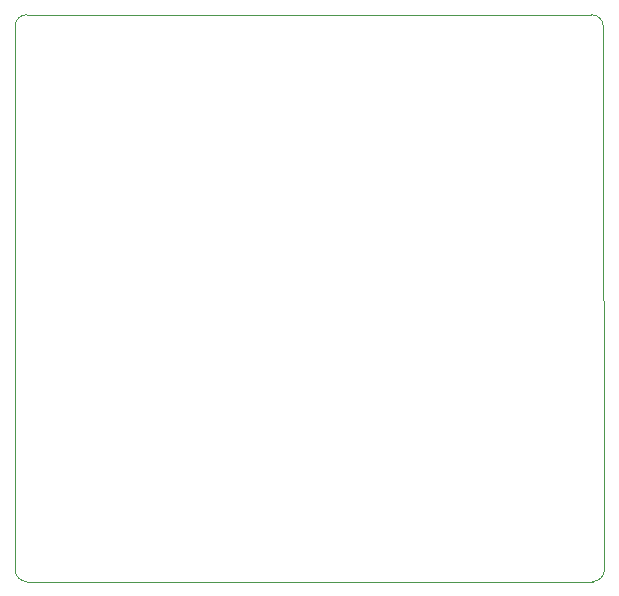
<source format=gbr>
G04 #@! TF.GenerationSoftware,KiCad,Pcbnew,(5.1.4)-1*
G04 #@! TF.CreationDate,2021-01-13T15:58:14-08:00*
G04 #@! TF.ProjectId,Fan Controller,46616e20-436f-46e7-9472-6f6c6c65722e,rev?*
G04 #@! TF.SameCoordinates,Original*
G04 #@! TF.FileFunction,Profile,NP*
%FSLAX46Y46*%
G04 Gerber Fmt 4.6, Leading zero omitted, Abs format (unit mm)*
G04 Created by KiCad (PCBNEW (5.1.4)-1) date 2021-01-13 15:58:14*
%MOMM*%
%LPD*%
G04 APERTURE LIST*
%ADD10C,0.050000*%
G04 APERTURE END LIST*
D10*
X100522000Y-47950200D02*
X52722000Y-47950200D01*
X51722000Y-94950200D02*
X51722000Y-48950200D01*
X100622000Y-95950200D02*
X52722000Y-95950200D01*
X101522000Y-48950200D02*
X101622000Y-94950200D01*
X101622000Y-94950200D02*
G75*
G02X100622000Y-95950200I-1000000J0D01*
G01*
X100522000Y-47950200D02*
G75*
G02X101522000Y-48950200I0J-1000000D01*
G01*
X51722000Y-48950200D02*
G75*
G02X52722000Y-47950200I1000000J0D01*
G01*
X52722000Y-95950200D02*
G75*
G02X51722000Y-94950200I0J1000000D01*
G01*
M02*

</source>
